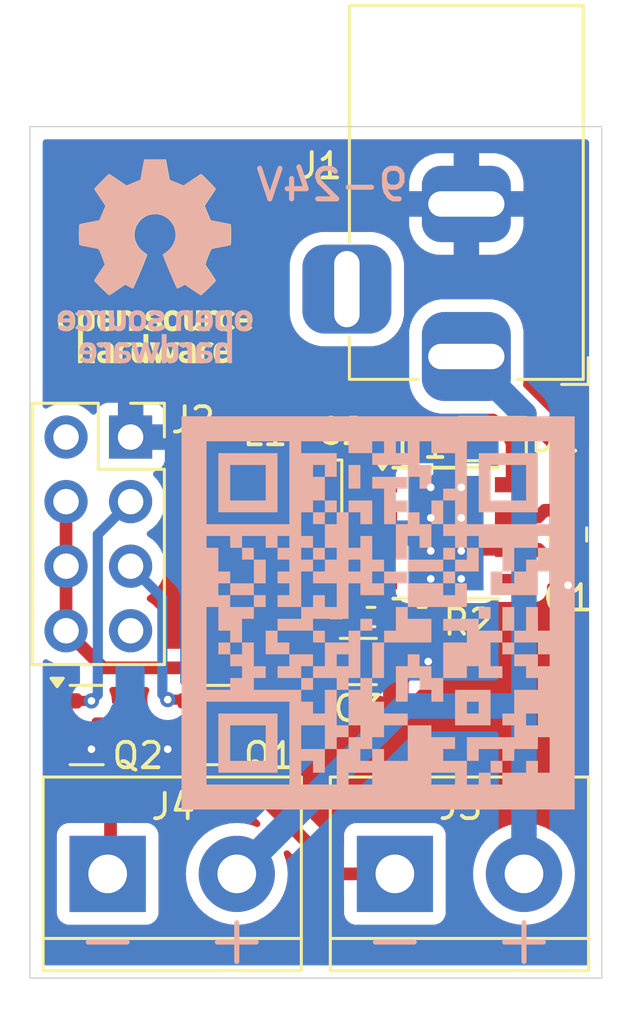
<source format=kicad_pcb>
(kicad_pcb (version 20240108) (generator "pcbnew") (generator_version "8.0")
  (layers (0 "F.Cu" signal) (31 "B.Cu" signal) (34 "B.Paste" user) (35 "F.Paste" user) (36 "B.SilkS" user "B.Silkscreen") (37 "F.SilkS" user "F.Silkscreen") (38 "B.Mask" user) (39 "F.Mask" user) (44 "Edge.Cuts" user))
  (net 0 "")
  (net 1 "GND")
  (net 2 "+24V")
  (net 3 "Net-(U1-BOOT)")
  (net 4 "Net-(D1-K)")
  (net 5 "+3.3V")
  (net 8 "LED2")
  (net 10 "LED1")
  (net 11 "Net-(J3-Pin_1)")
  (net 12 "Net-(J4-Pin_1)")
  (net 13 "VSENSE")
  (footprint "Capacitor_SMD:C_0805_2012Metric" (layer "F.Cu") (at 160.171666 99.043996 90)
    (property "Reference" "C1" (at -2.5 0 180) (layer "F.SilkS"))
    (property "Value" "4.7µF")
    (pad "1" smd roundrect (at -0.95 0 90) (size 1 1.45) (layers "F.Cu" "F.Paste" "F.Mask") (net 1 "GND"))
    (pad "2" smd roundrect (at 0.95 0 90) (size 1 1.45) (layers "F.Cu" "F.Paste" "F.Mask") (net 2 "+24V"))
  )
  (footprint "Capacitor_SMD:C_1206_3216Metric" (layer "F.Cu") (at 151.921666 104.043996 180)
    (property "Reference" "C3" (at 0 -1.85 0) (layer "F.SilkS"))
    (property "Value" "100µF")
    (pad "1" smd roundrect (at -1.475 0 180) (size 1.15 1.8) (layers "F.Cu" "F.Paste" "F.Mask") (roundrect_rratio 0.217391) (net 1 "GND"))
    (pad "2" smd roundrect (at 1.475 0 180) (size 1.15 1.8) (layers "F.Cu" "F.Paste" "F.Mask") (roundrect_rratio 0.217391) (net 5 "+3.3V"))
  )
  (footprint "Resistor_SMD:R_0402_1005Metric" (layer "F.Cu") (at 152.421666 102.293996)
    (property "Reference" "R1" (hide yes))
    (property "Value" "10kΩ")
    (pad "1" smd roundrect (at -0.51 0) (size 0.54 0.64) (layers "F.Cu" "F.Paste" "F.Mask") (net 5 "+3.3V"))
    (pad "2" smd roundrect (at 0.51 0) (size 0.54 0.64) (layers "F.Cu" "F.Paste" "F.Mask") (net 13 "VSENSE"))
  )
  (footprint "Resistor_SMD:R_0402_1005Metric" (layer "F.Cu") (at 154.431666 102.293996)
    (property "Reference" "R2" (at 1.818334 0.206004 0) (layer "F.SilkS"))
    (property "Value" "5.9kΩ")
    (pad "1" smd roundrect (at -0.51 0) (size 0.54 0.64) (layers "F.Cu" "F.Paste" "F.Mask") (net 13 "VSENSE"))
    (pad "2" smd roundrect (at 0.51 0) (size 0.54 0.64) (layers "F.Cu" "F.Paste" "F.Mask") (net 1 "GND"))
  )
  (footprint "Connector_PinSocket_2.54mm:PinSocket_2x04_P2.54mm_Vertical" (layer "F.Cu") (at 142.961666 95.213996)
    (property "Reference" "J2" (at 2.46 -0.67 180) (layer "F.SilkS"))
    (property "Value" "ESP-01")
    (pad "1" thru_hole rect (at 0 0) (size 1.7 1.7) (drill 1) (layers "*.Cu" "*.Mask") (net 1 "GND"))
    (pad "2" thru_hole oval (at -2.54 0) (size 1.7 1.7) (drill 1) (layers "*.Cu" "*.Mask"))
    (pad "3" thru_hole oval (at 0 2.54) (size 1.7 1.7) (drill 1) (layers "*.Cu" "*.Mask") (net 8 "LED2"))
    (pad "4" thru_hole oval (at -2.54 2.54) (size 1.7 1.7) (drill 1) (layers "*.Cu" "*.Mask") (net 5 "+3.3V"))
    (pad "5" thru_hole oval (at 0 5.08) (size 1.7 1.7) (drill 1) (layers "*.Cu" "*.Mask") (net 10 "LED1"))
    (pad "6" thru_hole oval (at -2.54 5.08) (size 1.7 1.7) (drill 1) (layers "*.Cu" "*.Mask") (net 5 "+3.3V"))
    (pad "7" thru_hole oval (at 0 7.62) (size 1.7 1.7) (drill 1) (layers "*.Cu" "*.Mask"))
    (pad "8" thru_hole oval (at -2.54 7.62) (size 1.7 1.7) (drill 1) (layers "*.Cu" "*.Mask") (net 5 "+3.3V"))
  )
  (footprint "Connector_BarrelJack:BarrelJack_Horizontal" (layer "F.Cu") (at 156.171666 92.043996 -90)
    (property "Reference" "J1" (at -7.5 5.75 0) (layer "F.SilkS"))
    (property "Value" "Barrel Jack 3A")
    (pad "1" thru_hole roundrect (at 0 0 270) (size 3.5 3.5) (drill oval 1 3) (layers "*.Cu" "*.Mask") (net 2 "+24V"))
    (pad "2" thru_hole roundrect (at -6 0 270) (size 3 3.5) (drill oval 1 3) (layers "*.Cu" "*.Mask") (net 1 "GND"))
    (pad "3" thru_hole roundrect (at -2.65 4.7 270) (size 3.5 3.5) (drill oval 3 1) (layers "*.Cu" "*.Mask"))
  )
  (footprint "Capacitor_SMD:C_0402_1005Metric" (layer "F.Cu") (at 152.671666 95.273996 90)
    (property "Reference" "C2" (at 0.273996 -1.421666 180) (layer "F.SilkS"))
    (property "Value" "10nF")
    (pad "1" smd roundrect (at -0.48 0 90) (size 0.56 0.62) (layers "F.Cu" "F.Paste" "F.Mask") (net 3 "Net-(U1-BOOT)"))
    (pad "2" smd roundrect (at 0.48 0 90) (size 0.56 0.62) (layers "F.Cu" "F.Paste" "F.Mask") (net 4 "Net-(D1-K)"))
  )
  (footprint "Package_TO_SOT_SMD:SOT-23" (layer "F.Cu") (at 141.234166 106.543996)
    (property "Reference" "Q2" (at 2.015834 1.206004 0) (layer "F.SilkS"))
    (property "Value" "AO3400A")
    (pad "1" smd roundrect (at -0.9375 -0.95) (size 1.475 0.6) (layers "F.Cu" "F.Paste" "F.Mask") (net 8 "LED2"))
    (pad "2" smd roundrect (at -0.9375 0.95) (size 1.475 0.6) (layers "F.Cu" "F.Paste" "F.Mask") (net 1 "GND"))
    (pad "3" smd roundrect (at 0.9375 0) (size 1.475 0.6) (layers "F.Cu" "F.Paste" "F.Mask") (net 12 "Net-(J4-Pin_1)"))
  )
  (footprint "TerminalBlock:TerminalBlock_bornier-2_P5.08mm" (layer "F.Cu") (at 153.36 112.4)
    (property "Reference" "J3" (at 2.59 -2.65 0) (layer "F.SilkS"))
    (property "Value" "LED 1")
    (pad "1" thru_hole rect (at 0 0) (size 3 3) (drill 1.52) (layers "*.Cu" "*.Mask") (net 11 "Net-(J3-Pin_1)"))
    (pad "2" thru_hole circle (at 5.08 0) (size 3 3) (drill 1.52) (layers "*.Cu" "*.Mask") (net 2 "+24V"))
  )
  (footprint "TerminalBlock:TerminalBlock_bornier-2_P5.08mm" (layer "F.Cu") (at 142.06 112.4)
    (property "Reference" "J4" (at 2.578334 -2.643996 0) (layer "F.SilkS"))
    (property "Value" "LED 2")
    (pad "1" thru_hole rect (at 0 0) (size 3 3) (drill 1.52) (layers "*.Cu" "*.Mask") (net 12 "Net-(J4-Pin_1)"))
    (pad "2" thru_hole circle (at 5.08 0) (size 3 3) (drill 1.52) (layers "*.Cu" "*.Mask") (net 2 "+24V"))
  )
  (footprint "Package_SO:TI_SO-PowerPAD-8_ThermalVias" (layer "F.Cu") (at 155.371666 98.993996)
    (property "Reference" "U1" (at -0.95 -3.45 0) (layer "F.SilkS"))
    (property "Value" "TPS5430DDA")
    (pad "1" smd rect (at -2.7 -1.905) (size 1.55 0.6) (layers "F.Cu" "F.Paste" "F.Mask") (net 3 "Net-(U1-BOOT)"))
    (pad "2" smd rect (at -2.7 -0.635) (size 1.55 0.6) (layers "F.Cu" "F.Paste" "F.Mask"))
    (pad "3" smd rect (at -2.7 0.635) (size 1.55 0.6) (layers "F.Cu" "F.Paste" "F.Mask"))
    (pad "4" smd rect (at -2.7 1.905) (size 1.55 0.6) (layers "F.Cu" "F.Paste" "F.Mask") (net 13 "VSENSE"))
    (pad "5" smd rect (at 2.7 1.905) (size 1.55 0.6) (layers "F.Cu" "F.Paste" "F.Mask"))
    (pad "6" smd rect (at 2.7 0.635) (size 1.55 0.6) (layers "F.Cu" "F.Paste" "F.Mask") (net 1 "GND"))
    (pad "7" smd rect (at 2.7 -0.635) (size 1.55 0.6) (layers "F.Cu" "F.Paste" "F.Mask") (net 2 "+24V"))
    (pad "8" smd rect (at 2.7 -1.905) (size 1.55 0.6) (layers "F.Cu" "F.Paste" "F.Mask") (net 4 "Net-(D1-K)"))
    (pad "9" thru_hole circle (at -0.6 -1.8) (size 0.6 0.6) (drill 0.3) (layers "*.Cu") (net 1 "GND"))
    (pad "9" thru_hole circle (at -0.6 -0.6) (size 0.6 0.6) (drill 0.3) (layers "*.Cu") (net 1 "GND"))
    (pad "9" thru_hole circle (at -0.6 0.7) (size 0.6 0.6) (drill 0.3) (layers "*.Cu") (net 1 "GND"))
    (pad "9" thru_hole circle (at -0.6 1.8) (size 0.6 0.6) (drill 0.3) (layers "*.Cu") (net 1 "GND"))
    (pad "9" smd rect (at 0 0) (size 2.6 3.1) (layers "F.Cu" "F.Paste" "F.Mask") (net 1 "GND"))
    (pad "9" smd rect (at 0 0) (size 2.95 4.5) (layers "F.Cu") (net 1 "GND"))
    (pad "9" smd rect (at 0 0) (size 2.95 4.5) (layers "B.Cu") (net 1 "GND"))
    (pad "9" thru_hole circle (at 0.6 -1.8) (size 0.6 0.6) (drill 0.3) (layers "*.Cu") (net 1 "GND"))
    (pad "9" thru_hole circle (at 0.6 -0.6) (size 0.6 0.6) (drill 0.3) (layers "*.Cu") (net 1 "GND"))
    (pad "9" thru_hole circle (at 0.6 0.7) (size 0.6 0.6) (drill 0.3) (layers "*.Cu") (net 1 "GND"))
    (pad "9" thru_hole circle (at 0.6 1.8) (size 0.6 0.6) (drill 0.3) (layers "*.Cu") (net 1 "GND"))
  )
  (footprint "Diode_SMD:D_SOD-323" (layer "F.Cu") (at 156.921666 95.293996 180)
    (property "Reference" "D1" (at -2.75 0 0) (layer "F.SilkS"))
    (property "Value" "1N5819")
    (pad "1" smd roundrect (at -1.05 0 180) (size 0.6 0.45) (layers "F.Cu" "F.Paste" "F.Mask") (net 4 "Net-(D1-K)"))
    (pad "2" smd roundrect (at 1.05 0 180) (size 0.6 0.45) (layers "F.Cu" "F.Paste" "F.Mask") (net 1 "GND"))
  )
  (footprint "Package_TO_SOT_SMD:SOT-23" (layer "F.Cu") (at 146.484166 106.543996)
    (property "Reference" "Q1" (at 1.9375 1.206004 0) (layer "F.SilkS"))
    (property "Value" "AO3400A")
    (pad "1" smd roundrect (at -0.9375 -0.95) (size 1.475 0.6) (layers "F.Cu" "F.Paste" "F.Mask") (net 10 "LED1"))
    (pad "2" smd roundrect (at -0.9375 0.95) (size 1.475 0.6) (layers "F.Cu" "F.Paste" "F.Mask") (net 1 "GND"))
    (pad "3" smd roundrect (at 0.9375 0) (size 1.475 0.6) (layers "F.Cu" "F.Paste" "F.Mask") (net 11 "Net-(J3-Pin_1)"))
  )
  (footprint "Symbol:OSHW-Logo_7.5x8mm_SilkScreen" (layer "F.Cu") (at 143.921666 88.293996)
    (property "Reference" "REF**" (hide yes))
    (property "Value" "OSHW-Logo_7.5x8mm_SilkScreen" (hide yes))
  )
  (footprint "Inductor_SMD:L_Bourns_SRN6045TA" (layer "F.Cu") (at 148.171666 99.218996 90)
    (property "Reference" "L1" (at 4.175 0.078334 180) (layer "F.SilkS"))
    (property "Value" "100µH")
    (pad "1" smd rect (at -2.075 0 90) (size 2.35 5.1) (layers "F.Cu" "F.Paste" "F.Mask") (net 5 "+3.3V"))
    (pad "2" smd rect (at 2.075 0 90) (size 2.35 5.1) (layers "F.Cu" "F.Paste" "F.Mask") (net 4 "Net-(D1-K)"))
  )
  (footprint "Symbol:OSHW-Logo_7.5x8mm_SilkScreen" (layer "B.Cu") (at 143.921666 88.293996 180)
    (property "Reference" "REF**" (hide yes))
    (property "Value" "OSHW-Logo_7.5x8mm_SilkScreen" (hide yes))
  )
  (gr_poly (pts (xy 154.331332 104.228107) (xy 154.797 104.228107) (xy 154.797 104.693768) (xy 155.262665 104.693768) (xy 155.262665 105.625102) (xy 154.797 105.625102) (xy 154.797 105.159435) (xy 154.331332 105.159435) (xy 154.331332 104.693768) (xy 153.865665 104.693768) (xy 153.865665 105.625102) (xy 153.4 105.625102) (xy 153.4 104.228107) (xy 153.865665 104.228107) (xy 153.865665 103.762662) (xy 154.331332 103.762662)) (stroke (width -0.000001)) (fill solid) (layer "B.SilkS"))
  (gr_poly (pts (xy 160.435931 109.867487) (xy 144.966384 109.867487) (xy 144.966384 108.884772) (xy 145.949333 108.884772) (xy 149.208999 108.884772) (xy 149.208999 107.953438) (xy 149.674666 107.953438) (xy 149.674666 108.884772) (xy 151.071664 108.884772) (xy 151.537331 108.884772) (xy 152.468666 108.884772) (xy 154.797 108.884772) (xy 155.728332 108.884772) (xy 155.728332 108.419105) (xy 154.797 108.419105) (xy 154.797 108.884772) (xy 152.468666 108.884772) (xy 152.468666 108.419105) (xy 151.537331 108.419105) (xy 151.537331 108.884772) (xy 151.071664 108.884772) (xy 151.071664 107.48777) (xy 151.537331 107.48777) (xy 151.537331 107.022103) (xy 152.002999 107.022103) (xy 152.002999 106.556436) (xy 151.537331 106.556436) (xy 151.537331 107.022103) (xy 151.071664 107.022103) (xy 151.071664 107.48777) (xy 150.605999 107.48777) (xy 150.605999 108.419105) (xy 150.140332 108.419105) (xy 150.140332 107.953438) (xy 149.674666 107.953438) (xy 149.208999 107.953438) (xy 149.208999 107.48777) (xy 149.674666 107.48777) (xy 150.605999 107.48777) (xy 150.605999 106.556436) (xy 149.674666 106.556436) (xy 149.674666 107.48777) (xy 149.208999 107.48777) (xy 149.208999 105.625102) (xy 145.949333 105.625102) (xy 145.949333 108.884772) (xy 144.966384 108.884772) (xy 144.966384 99.105997) (xy 145.949333 99.105997) (xy 145.949333 99.571664) (xy 146.415 99.571664) (xy 146.415 100.502999) (xy 146.880665 100.502999) (xy 146.880665 100.968666) (xy 146.415 100.968666) (xy 146.415 101.434333) (xy 146.880665 101.434333) (xy 146.880665 101.9) (xy 147.811998 101.9) (xy 147.811998 102.365667) (xy 147.346332 102.365667) (xy 147.346332 103.297001) (xy 146.880665 103.297001) (xy 146.880665 102.831328) (xy 146.415 102.831328) (xy 146.415 101.9) (xy 145.949333 101.9) (xy 145.949333 105.159435) (xy 146.880665 105.159435) (xy 146.880665 104.693768) (xy 147.346332 104.693768) (xy 147.346332 104.228107) (xy 146.880665 104.228107) (xy 146.880665 103.762662) (xy 147.346332 103.762662) (xy 147.346332 103.297001) (xy 147.811998 103.297001) (xy 147.811998 104.228107) (xy 148.277665 104.228107) (xy 148.277665 104.693768) (xy 147.811998 104.693768) (xy 147.811998 105.159435) (xy 149.674666 105.159435) (xy 149.674666 105.625102) (xy 150.140332 105.625102) (xy 150.140332 106.090769) (xy 150.605999 106.090769) (xy 150.605999 105.159435) (xy 151.071664 105.159435) (xy 151.071664 106.556436) (xy 151.537331 106.556436) (xy 151.537331 105.159435) (xy 152.002999 105.159435) (xy 152.002999 104.693768) (xy 152.468666 104.693768) (xy 152.468666 105.625102) (xy 152.934333 105.625102) (xy 152.934333 106.090769) (xy 153.865665 106.090769) (xy 153.865665 106.556436) (xy 152.934333 106.556436) (xy 152.934333 107.022103) (xy 152.468666 107.022103) (xy 152.468666 107.48777) (xy 152.002999 107.48777) (xy 152.002999 107.953438) (xy 152.468666 107.953438) (xy 152.468666 107.48777) (xy 152.934333 107.48777) (xy 152.934333 107.953438) (xy 153.865665 107.953438) (xy 153.865665 106.556436) (xy 154.797 106.556436) (xy 154.797 107.022103) (xy 155.728332 107.022103) (xy 155.728332 107.48777) (xy 155.262665 107.48777) (xy 155.262665 107.953438) (xy 156.193999 107.953438) (xy 156.193999 108.884772) (xy 156.659666 108.884772) (xy 156.659666 108.419105) (xy 157.12533 108.419105) (xy 157.12533 108.884772) (xy 157.590997 108.884772) (xy 157.590997 108.419105) (xy 158.522331 108.419105) (xy 158.522331 107.953438) (xy 158.987999 107.953438) (xy 158.987999 108.419105) (xy 159.453666 108.419105) (xy 159.453666 107.022103) (xy 158.987999 107.022103) (xy 158.987999 107.48777) (xy 158.056664 107.48777) (xy 158.056664 107.953438) (xy 157.590997 107.953438) (xy 157.590997 107.48777) (xy 156.659666 107.48777) (xy 156.659666 107.953438) (xy 156.193999 107.953438) (xy 156.193999 107.022103) (xy 158.056664 107.022103) (xy 158.056664 106.556436) (xy 158.522331 106.556436) (xy 158.987999 106.556436) (xy 158.987999 106.090769) (xy 158.522331 106.090769) (xy 158.522331 106.556436) (xy 158.056664 106.556436) (xy 157.590997 106.556436) (xy 157.590997 106.090769) (xy 158.056664 106.090769) (xy 158.056664 105.159435) (xy 158.987999 105.159435) (xy 158.987999 104.693768) (xy 158.522331 104.693768) (xy 158.522331 104.228107) (xy 158.987999 104.228107) (xy 159.453666 104.228107) (xy 159.453666 103.762662) (xy 158.987999 103.762662) (xy 158.987999 104.228107) (xy 158.522331 104.228107) (xy 158.056664 104.228107) (xy 158.056664 103.762662) (xy 158.987999 103.762662) (xy 158.987999 103.297001) (xy 158.056664 103.297001) (xy 158.056664 103.762662) (xy 157.590997 103.762662) (xy 157.590997 103.297001) (xy 158.056664 103.297001) (xy 158.056664 102.831328) (xy 158.522331 102.831328) (xy 158.522331 101.9) (xy 158.987999 101.9) (xy 158.987999 102.831328) (xy 159.453666 102.831328) (xy 159.453666 100.502999) (xy 158.987999 100.502999) (xy 158.987999 101.434333) (xy 157.12533 101.434333) (xy 157.12533 100.968666) (xy 157.590997 100.968666) (xy 158.056664 100.968666) (xy 158.056664 100.502999) (xy 158.522331 100.502999) (xy 158.522331 100.037332) (xy 158.987999 100.037332) (xy 158.987999 99.571664) (xy 159.453666 99.571664) (xy 159.453666 99.105997) (xy 158.987999 99.105997) (xy 158.987999 99.571664) (xy 158.056664 99.571664) (xy 158.056664 100.502999) (xy 157.590997 100.502999) (xy 157.590997 100.968666) (xy 157.12533 100.968666) (xy 157.12533 100.502999) (xy 157.590997 100.502999) (xy 157.590997 99.571664) (xy 156.659666 99.571664) (xy 156.659666 100.502999) (xy 155.728332 100.502999) (xy 155.728332 100.037332) (xy 156.193999 100.037332) (xy 156.193999 99.571664) (xy 156.659666 99.571664) (xy 156.659666 99.105997) (xy 156.193999 99.105997) (xy 156.193999 99.571664) (xy 155.728332 99.571664) (xy 155.728332 99.105997) (xy 155.262665 99.105997) (xy 155.262665 98.64033) (xy 155.728332 98.64033) (xy 156.193999 98.64033) (xy 159.453666 98.64033) (xy 159.453666 95.380667) (xy 156.193999 95.380667) (xy 156.193999 98.64033) (xy 155.728332 98.64033) (xy 155.728332 97.708996) (xy 155.262665 97.708996) (xy 155.262665 97.243329) (xy 155.728332 97.243329) (xy 155.728332 95.846334) (xy 154.797 95.846334) (xy 154.797 95.380667) (xy 154.331332 95.380667) (xy 154.331332 96.312001) (xy 154.797 96.312001) (xy 154.797 97.243329) (xy 154.331332 97.243329) (xy 154.331332 96.777662) (xy 153.865665 96.777662) (xy 153.865665 96.312001) (xy 152.468666 96.312001) (xy 152.468666 95.846334) (xy 152.934333 95.846334) (xy 153.4 95.846334) (xy 153.865665 95.846334) (xy 153.865665 95.380667) (xy 153.4 95.380667) (xy 153.4 95.846334) (xy 152.934333 95.846334) (xy 152.934333 95.380667) (xy 152.468666 95.380667) (xy 152.468666 95.846334) (xy 151.537331 95.846334) (xy 151.537331 95.380667) (xy 149.674666 95.380667) (xy 149.674666 95.846334) (xy 151.071664 95.846334) (xy 151.071664 96.777662) (xy 150.605999 96.777662) (xy 150.605999 97.708996) (xy 150.140332 97.708996) (xy 150.140332 98.174663) (xy 149.674666 98.174663) (xy 149.674666 99.105997) (xy 150.140332 99.105997) (xy 150.140332 99.571664) (xy 149.674666 99.571664) (xy 149.674666 100.037332) (xy 150.140332 100.037332) (xy 150.140332 100.502999) (xy 149.674666 100.502999) (xy 149.674666 101.9) (xy 148.743332 101.9) (xy 148.743332 101.434333) (xy 149.208999 101.434333) (xy 149.208999 100.968666) (xy 148.743332 100.968666) (xy 148.743332 100.502999) (xy 149.208999 100.502999) (xy 149.208999 100.037332) (xy 148.743332 100.037332) (xy 148.743332 99.571664) (xy 149.208999 99.571664) (xy 149.208999 99.105997) (xy 148.743332 99.105997) (xy 148.743332 99.571664) (xy 148.277665 99.571664) (xy 148.277665 99.105997) (xy 147.346332 99.105997) (xy 147.346332 99.571664) (xy 146.880665 99.571664) (xy 146.880665 99.105997) (xy 145.949333 99.105997) (xy 144.966384 99.105997) (xy 144.966384 98.64033) (xy 145.949333 98.64033) (xy 149.208999 98.64033) (xy 149.208999 96.777662) (xy 150.140332 96.777662) (xy 150.605999 96.777662) (xy 150.605999 96.312001) (xy 150.140332 96.312001) (xy 150.140332 96.777662) (xy 149.208999 96.777662) (xy 149.208999 95.380667) (xy 145.949333 95.380667) (xy 145.949333 98.64033) (xy 144.966384 98.64033) (xy 144.966384 94.397945) (xy 160.435931 94.397945)) (stroke (width -0.000001)) (fill solid) (layer "B.SilkS"))
  (gr_poly (pts (xy 148.277665 101.9) (xy 147.811998 101.9) (xy 147.811998 101.434333) (xy 148.277665 101.434333)) (stroke (width -0.000001)) (fill solid) (layer "B.SilkS"))
  (gr_poly (pts (xy 153.865665 97.243329) (xy 153.4 97.243329) (xy 153.4 97.708996) (xy 153.865665 97.708996) (xy 153.865665 98.174663) (xy 153.4 98.174663) (xy 153.4 98.64033) (xy 152.934333 98.64033) (xy 152.934333 97.243329) (xy 152.468666 97.243329) (xy 152.468666 96.777662) (xy 153.865665 96.777662)) (stroke (width -0.000001)) (fill solid) (layer "B.SilkS"))
  (gr_poly (pts (xy 156.659666 102.831328) (xy 157.590997 102.831328) (xy 157.590997 103.297001) (xy 157.12533 103.297001) (xy 157.12533 104.228107) (xy 157.590997 104.228107) (xy 157.590997 104.693768) (xy 156.659666 104.693768) (xy 156.659666 104.228107) (xy 156.193999 104.228107) (xy 156.193999 104.693768) (xy 155.262665 104.693768) (xy 155.262665 103.297001) (xy 156.193999 103.297001) (xy 156.193999 102.831328) (xy 155.262665 102.831328) (xy 155.262665 102.365667) (xy 156.659666 102.365667)) (stroke (width -0.000001)) (fill solid) (layer "B.SilkS"))
  (gr_poly (pts (xy 155.728332 100.968666) (xy 155.262665 100.968666) (xy 155.262665 100.502999) (xy 155.728332 100.502999)) (stroke (width -0.000001)) (fill solid) (layer "B.SilkS"))
  (gr_poly (pts (xy 157.12533 102.365667) (xy 156.659666 102.365667) (xy 156.659666 101.9) (xy 157.12533 101.9)) (stroke (width -0.000001)) (fill solid) (layer "B.SilkS"))
  (gr_poly (pts (xy 155.262665 98.64033) (xy 154.797 98.64033) (xy 154.797 97.708996) (xy 155.262665 97.708996)) (stroke (width -0.000001)) (fill solid) (layer "B.SilkS"))
  (gr_poly (pts (xy 157.12533 106.556436) (xy 155.728332 106.556436) (xy 155.728332 106.090769) (xy 156.193999 106.090769) (xy 156.659666 106.090769) (xy 156.659666 105.625102) (xy 156.193999 105.625102) (xy 156.193999 106.090769) (xy 155.728332 106.090769) (xy 155.728332 105.159435) (xy 157.12533 105.159435)) (stroke (width -0.000001)) (fill solid) (layer "B.SilkS"))
  (gr_poly (pts (xy 150.140332 104.228107) (xy 149.674666 104.228107) (xy 149.674666 104.693768) (xy 148.743332 104.693768) (xy 148.743332 104.228107) (xy 149.208999 104.228107) (xy 149.208999 103.762662) (xy 150.140332 103.762662)) (stroke (width -0.000001)) (fill solid) (layer "B.SilkS"))
  (gr_poly (pts (xy 150.605999 98.64033) (xy 150.140332 98.64033) (xy 150.140332 98.174663) (xy 150.605999 98.174663)) (stroke (width -0.000001)) (fill solid) (layer "B.SilkS"))
  (gr_poly (pts (xy 152.002999 104.693768) (xy 151.537331 104.693768) (xy 151.537331 105.159435) (xy 151.071664 105.159435) (xy 151.071664 104.693768) (xy 150.140332 104.693768) (xy 150.140332 104.228107) (xy 150.605999 104.228107) (xy 151.071664 104.228107) (xy 151.537331 104.228107) (xy 151.537331 103.762662) (xy 151.071664 103.762662) (xy 151.071664 104.228107) (xy 150.605999 104.228107) (xy 150.605999 103.297001) (xy 151.537331 103.297001) (xy 151.537331 102.831328) (xy 152.002999 102.831328)) (stroke (width -0.000001)) (fill solid) (layer "B.SilkS"))
  (gr_poly (pts (xy 146.880665 103.762662) (xy 146.415 103.762662) (xy 146.415 103.297001) (xy 146.880665 103.297001)) (stroke (width -0.000001)) (fill solid) (layer "B.SilkS"))
  (gr_poly (pts (xy 155.262665 100.502999) (xy 153.865665 100.502999) (xy 153.865665 100.037332) (xy 155.262665 100.037332)) (stroke (width -0.000001)) (fill solid) (layer "B.SilkS"))
  (gr_poly (pts (xy 150.605999 103.297001) (xy 150.140332 103.297001) (xy 150.140332 102.831328) (xy 150.605999 102.831328)) (stroke (width -0.000001)) (fill solid) (layer "B.SilkS"))
  (gr_poly (pts (xy 150.140332 105.159435) (xy 149.674666 105.159435) (xy 149.674666 104.693768) (xy 150.140332 104.693768)) (stroke (width -0.000001)) (fill solid) (layer "B.SilkS"))
  (gr_poly (pts (xy 150.605999 100.037332) (xy 150.140332 100.037332) (xy 150.140332 99.571664) (xy 150.605999 99.571664)) (stroke (width -0.000001)) (fill solid) (layer "B.SilkS"))
  (gr_poly (pts (xy 147.811998 100.037332) (xy 147.346332 100.037332) (xy 147.346332 99.571664) (xy 147.811998 99.571664)) (stroke (width -0.000001)) (fill solid) (layer "B.SilkS"))
  (gr_poly (pts (xy 152.002999 97.243329) (xy 151.537331 97.243329) (xy 151.537331 96.312001) (xy 152.002999 96.312001)) (stroke (width -0.000001)) (fill solid) (layer "B.SilkS"))
  (gr_poly (pts (xy 151.071664 98.174663) (xy 150.605999 98.174663) (xy 150.605999 97.708996) (xy 151.071664 97.708996)) (stroke (width -0.000001)) (fill solid) (layer "B.SilkS"))
  (gr_poly (pts (xy 153.865665 100.968666) (xy 152.934333 100.968666) (xy 152.934333 100.502999) (xy 153.865665 100.502999)) (stroke (width -0.000001)) (fill solid) (layer "B.SilkS"))
  (gr_poly (pts (xy 147.811998 101.434333) (xy 146.880665 101.434333) (xy 146.880665 100.968666) (xy 147.811998 100.968666)) (stroke (width -0.000001)) (fill solid) (layer "B.SilkS"))
  (gr_poly (pts (xy 158.056664 102.831328) (xy 157.590997 102.831328) (xy 157.590997 101.9) (xy 158.056664 101.9)) (stroke (width -0.000001)) (fill solid) (layer "B.SilkS"))
  (gr_poly (pts (xy 152.934333 104.693768) (xy 152.468666 104.693768) (xy 152.468666 103.297001) (xy 152.934333 103.297001)) (stroke (width -0.000001)) (fill solid) (layer "B.SilkS"))
  (gr_poly (pts (xy 154.331332 98.64033) (xy 154.797 98.64033) (xy 154.797 99.571664) (xy 154.331332 99.571664) (xy 154.331332 99.105997) (xy 153.865665 99.105997) (xy 153.865665 100.037332) (xy 153.4 100.037332) (xy 153.4 98.64033) (xy 153.865665 98.64033) (xy 153.865665 98.174663) (xy 154.331332 98.174663)) (stroke (width -0.000001)) (fill solid) (layer "B.SilkS"))
  (gr_poly (pts (xy 153.865665 102.365667) (xy 154.797 102.365667) (xy 154.797 103.297001) (xy 152.934333 103.297001) (xy 152.934333 102.831328) (xy 153.4 102.831328) (xy 153.4 101.9) (xy 153.865665 101.9)) (stroke (width -0.000001)) (fill solid) (layer "B.SilkS"))
  (gr_poly (pts (xy 152.468666 98.64033) (xy 152.002999 98.64033) (xy 152.002999 98.174663) (xy 151.537331 98.174663) (xy 151.537331 97.708996) (xy 152.468666 97.708996)) (stroke (width -0.000001)) (fill solid) (layer "B.SilkS"))
  (gr_poly (pts (xy 158.987999 98.174663) (xy 156.659666 98.174663) (xy 156.659666 97.708996) (xy 157.12533 97.708996) (xy 158.522331 97.708996) (xy 158.522331 96.312001) (xy 157.12533 96.312001) (xy 157.12533 97.708996) (xy 156.659666 97.708996) (xy 156.659666 95.846334) (xy 158.987999 95.846334)) (stroke (width -0.000001)) (fill solid) (layer "B.SilkS"))
  (gr_poly (pts (xy 157.590997 108.419105) (xy 157.12533 108.419105) (xy 157.12533 107.953438) (xy 157.590997 107.953438)) (stroke (width -0.000001)) (fill solid) (layer "B.SilkS"))
  (gr_poly (pts (xy 148.277665 100.968666) (xy 147.811998 100.968666) (xy 147.811998 100.037332) (xy 148.277665 100.037332)) (stroke (width -0.000001)) (fill solid) (layer "B.SilkS"))
  (gr_poly (pts (xy 148.743332 108.419105) (xy 146.415 108.419105) (xy 146.415 107.953438) (xy 146.880665 107.953438) (xy 148.277665 107.953438) (xy 148.277665 106.556436) (xy 146.880665 106.556436) (xy 146.880665 107.953438) (xy 146.415 107.953438) (xy 146.415 106.090769) (xy 148.743332 106.090769)) (stroke (width -0.000001)) (fill solid) (layer "B.SilkS"))
  (gr_poly (pts (xy 155.728332 100.037332) (xy 155.262665 100.037332) (xy 155.262665 99.571664) (xy 155.728332 99.571664)) (stroke (width -0.000001)) (fill solid) (layer "B.SilkS"))
  (gr_poly (pts (xy 151.537331 99.571664) (xy 152.002999 99.571664) (xy 152.002999 99.105997) (xy 152.468666 99.105997) (xy 152.468666 100.037332) (xy 152.934333 100.037332) (xy 152.934333 100.502999) (xy 152.468666 100.502999) (xy 152.468666 100.968666) (xy 152.934333 100.968666) (xy 152.934333 101.434333) (xy 152.002999 101.434333) (xy 152.002999 100.968666) (xy 151.537331 100.968666) (xy 151.537331 102.365667) (xy 150.140332 102.365667) (xy 150.140332 102.831328) (xy 148.743332 102.831328) (xy 148.743332 102.365667) (xy 149.674666 102.365667) (xy 149.674666 101.9) (xy 150.140332 101.9) (xy 150.140332 101.434333) (xy 150.605999 101.434333) (xy 150.605999 101.9) (xy 151.071664 101.9) (xy 151.071664 100.968666) (xy 150.140332 100.968666) (xy 150.140332 100.502999) (xy 150.605999 100.502999) (xy 151.537331 100.502999) (xy 152.002999 100.502999) (xy 152.002999 100.037332) (xy 151.537331 100.037332) (xy 151.537331 100.502999) (xy 150.605999 100.502999) (xy 150.605999 100.037332) (xy 151.071664 100.037332) (xy 151.071664 99.571664) (xy 150.605999 99.571664) (xy 150.605999 98.64033) (xy 151.071664 98.64033) (xy 151.071664 98.174663) (xy 151.537331 98.174663)) (stroke (width -0.000001)) (fill solid) (layer "B.SilkS"))
  (gr_poly (pts (xy 148.743332 103.297001) (xy 149.208999 103.297001) (xy 149.208999 103.762662) (xy 148.277665 103.762662) (xy 148.277665 102.831328) (xy 148.743332 102.831328)) (stroke (width -0.000001)) (fill solid) (layer "B.SilkS"))
  (gr_poly (pts (xy 155.262665 101.434333) (xy 155.728332 101.434333) (xy 155.728332 100.968666) (xy 156.193999 100.968666) (xy 156.193999 101.9) (xy 153.865665 101.9) (xy 153.865665 100.968666) (xy 155.262665 100.968666)) (stroke (width -0.000001)) (fill solid) (layer "B.SilkS"))
  (gr_poly (pts (xy 148.743332 98.174663) (xy 146.415 98.174663) (xy 146.415 97.708996) (xy 146.880665 97.708996) (xy 148.277665 97.708996) (xy 148.277665 96.312001) (xy 146.880665 96.312001) (xy 146.880665 97.708996) (xy 146.415 97.708996) (xy 146.415 95.846334) (xy 148.743332 95.846334)) (stroke (width -0.000001)) (fill solid) (layer "B.SilkS"))
  (gr_poly (pts (xy 152.468666 102.831328) (xy 152.002999 102.831328) (xy 152.002999 102.365667) (xy 152.468666 102.365667)) (stroke (width -0.000001)) (fill solid) (layer "B.SilkS"))
  (gr_line (start 139 116.5) (end 161.5 116.5) (stroke (width 0.05)) (layer "Edge.Cuts"))
  (gr_line (start 139 116.5) (end 139 83) (stroke (width 0.05)) (layer "Edge.Cuts"))
  (gr_line (start 161.5 116.5) (end 161.5 83) (stroke (width 0.05)) (layer "Edge.Cuts"))
  (gr_line (start 139 83) (end 161.5 83) (stroke (width 0.05)) (layer "Edge.Cuts"))
  (gr_text "-" (at 142.06 116.1 0) (layer "B.SilkS") (effects (font (size 2 2) (thickness 0.2)) (justify bottom mirror)))
  (gr_text "-" (at 153.36 116.1 0) (layer "B.SilkS") (effects (font (size 2 2) (thickness 0.2)) (justify bottom mirror)))
  (gr_text "9-24V" (at 154 86 0) (layer "B.SilkS") (effects (font (size 1.2 1.2) (thickness 0.2) (bold yes)) (justify left bottom mirror)))
  (gr_text "+" (at 147.14 116.1 0) (layer "B.SilkS") (effects (font (size 2 2) (thickness 0.2)) (justify bottom mirror)))
  (gr_text "+" (at 158.44 116.1 0) (layer "B.SilkS") (effects (font (size 2 2) (thickness 0.2)) (justify bottom mirror)))
  (segment (start 160.171666 101.043996) (end 160.171666 99.993996) (width 1) (layer "F.Cu") (net 1))
  (segment (start 158.071666 99.628996) (end 159.006666 99.628996) (width 0.5) (layer "F.Cu") (net 1))
  (segment (start 154.941666 103.773996) (end 154.941666 102.293996) (width 0.5) (layer "F.Cu") (net 1))
  (segment (start 154.941666 99.423996) (end 155.371666 98.993996) (width 0.5) (layer "F.Cu") (net 1))
  (segment (start 155.871666 97.093996) (end 155.971666 97.193996) (width 0.5) (layer "F.Cu") (net 1))
  (segment (start 154.671666 104.043996) (end 153.396666 104.043996) (width 0.5) (layer "F.Cu") (net 1))
  (segment (start 159.006666 99.628996) (end 159.371666 99.993996) (width 0.5) (layer "F.Cu") (net 1))
  (segment (start 145.546666 107.493996) (end 144.421666 107.493996) (width 0.5) (layer "F.Cu") (net 1))
  (segment (start 154.671666 104.043996) (end 154.941666 103.773996) (width 0.5) (layer "F.Cu") (net 1))
  (segment (start 156.006666 99.628996) (end 155.371666 98.993996) (width 0.5) (layer "F.Cu") (net 1))
  (segment (start 154.941666 102.293996) (end 154.941666 99.423996) (width 0.5) (layer "F.Cu") (net 1))
  (segment (start 155.871666 95.293996) (end 155.871666 97.093996) (width 0.5) (layer "F.Cu") (net 1))
  (segment (start 140.296666 107.493996) (end 141.421666 107.493996) (width 0.5) (layer "F.Cu") (net 1))
  (segment (start 159.371666 99.993996) (end 160.171666 99.993996) (width 0.5) (layer "F.Cu") (net 1))
  (segment (start 158.071666 99.628996) (end 156.006666 99.628996) (width 0.5) (layer "F.Cu") (net 1))
  (via (at 154.671666 104.043996) (size 0.6) (drill 0.3) (layers "F.Cu" "B.Cu") (net 1))
  (via (at 160.171666 101.043996) (size 0.6) (drill 0.3) (layers "F.Cu" "B.Cu") (net 1))
  (via (at 144.421666 107.493996) (size 0.6) (drill 0.3) (layers "F.Cu" "B.Cu") (net 1))
  (via (at 141.421666 107.493996) (size 0.6) (drill 0.3) (layers "F.Cu" "B.Cu") (net 1))
  (segment (start 160.171666 87.543996) (end 158.671666 86.043996) (width 1) (layer "B.Cu") (net 1))
  (segment (start 144.421666 107.493996) (end 146.921666 104.993996) (width 1) (layer "B.Cu") (net 1))
  (segment (start 146.921666 88.793996) (end 149.671666 86.043996) (width 1) (layer "B.Cu") (net 1))
  (segment (start 141.421666 107.493996) (end 144.421666 107.493996) (width 1) (layer "B.Cu") (net 1))
  (segment (start 149.671666 86.043996) (end 156.171666 86.043996) (width 1) (layer "B.Cu") (net 1))
  (segment (start 146.921666 104.993996) (end 146.921666 88.793996) (width 1) (layer "B.Cu") (net 1))
  (segment (start 158.671666 86.043996) (end 156.171666 86.043996) (width 1) (layer "B.Cu") (net 1))
  (segment (start 160.171666 101.043996) (end 160.171666 87.543996) (width 1) (layer "B.Cu") (net 1))
  (segment (start 159.261666 98.093996) (end 160.171666 98.093996) (width 0.5) (layer "F.Cu") (net 2))
  (segment (start 158.996666 98.358996) (end 159.261666 98.093996) (width 0.5) (layer "F.Cu") (net 2))
  (segment (start 158.071666 98.358996) (end 158.996666 98.358996) (width 0.5) (layer "F.Cu") (net 2))
  (segment (start 160.171666 96.043996) (end 160.171666 98.093996) (width 0.5) (layer "F.Cu") (net 2))
  (segment (start 156.171666 92.043996) (end 160.171666 96.043996) (width 0.5) (layer "F.Cu") (net 2))
  (segment (start 156.171666 92.043996) (end 158.44 94.31233) (width 1) (layer "B.Cu") (net 2))
  (segment (start 153.746004 105.793996) (end 158.433996 105.793996) (width 1) (layer "B.Cu") (net 2))
  (segment (start 158.44 94.31233) (end 158.44 105.8) (width 1) (layer "B.Cu") (net 2))
  (segment (start 158.44 105.8) (end 158.44 112.4) (width 1) (layer "B.Cu") (net 2))
  (segment (start 158.433996 105.793996) (end 158.44 105.8) (width 1) (layer "B.Cu") (net 2))
  (segment (start 153.746004 105.793996) (end 147.14 112.4) (width 1) (layer "B.Cu") (net 2))
  (segment (start 152.671666 95.753996) (end 152.671666 97.088996) (width 0.5) (layer "F.Cu") (net 3))
  (segment (start 154.671666 94.793996) (end 152.671666 94.793996) (width 0.5) (layer "F.Cu") (net 4))
  (segment (start 157.971666 95.293996) (end 157.221666 94.543996) (width 0.5) (layer "F.Cu") (net 4))
  (segment (start 157.971666 96.988996) (end 158.071666 97.088996) (width 0.5) (layer "F.Cu") (net 4))
  (segment (start 149.571666 97.143996) (end 151.921666 94.793996) (width 0.5) (layer "F.Cu") (net 4))
  (segment (start 151.921666 94.793996) (end 152.671666 94.793996) (width 0.5) (layer "F.Cu") (net 4))
  (segment (start 157.971666 95.293996) (end 157.971666 96.988996) (width 0.5) (layer "F.Cu") (net 4))
  (segment (start 154.921666 94.543996) (end 154.671666 94.793996) (width 0.5) (layer "F.Cu") (net 4))
  (segment (start 157.221666 94.543996) (end 154.921666 94.543996) (width 0.5) (layer "F.Cu") (net 4))
  (segment (start 148.171666 97.143996) (end 149.571666 97.143996) (width 0.5) (layer "F.Cu") (net 4))
  (segment (start 151.911666 102.293996) (end 151.911666 103.553996) (width 0.5) (layer "F.Cu") (net 5))
  (segment (start 151.421666 104.043996) (end 150.446666 104.043996) (width 0.5) (layer "F.Cu") (net 5))
  (segment (start 150.196666 104.293996) (end 141.881666 104.293996) (width 0.5) (layer "F.Cu") (net 5))
  (segment (start 149.671666 101.293996) (end 148.171666 101.293996) (width 0.5) (layer "F.Cu") (net 5))
  (segment (start 150.446666 104.043996) (end 150.446666 102.068996) (width 0.5) (layer "F.Cu") (net 5))
  (segment (start 141.881666 104.293996) (end 140.421666 102.833996) (width 0.5) (layer "F.Cu") (net 5))
  (segment (start 150.446666 102.068996) (end 149.671666 101.293996) (width 0.5) (layer "F.Cu") (net 5))
  (segment (start 151.911666 103.553996) (end 151.421666 104.043996) (width 0.5) (layer "F.Cu") (net 5))
  (segment (start 150.446666 104.043996) (end 150.196666 104.293996) (width 0.5) (layer "F.Cu") (net 5))
  (segment (start 140.421666 100.293996) (end 140.421666 97.753996) (width 0.5) (layer "F.Cu") (net 5))
  (segment (start 140.421666 102.833996) (end 140.421666 100.293996) (width 0.5) (layer "F.Cu") (net 5))
  (segment (start 141.421666 105.593996) (end 140.296666 105.593996) (width 0.4) (layer "F.Cu") (net 8))
  (via (at 141.421666 105.593996) (size 0.6) (drill 0.3) (layers "F.Cu" "B.Cu") (net 8))
  (segment (start 141.671666 99.043996) (end 142.961666 97.753996) (width 0.4) (layer "B.Cu") (net 8))
  (segment (start 141.421666 105.593996) (end 141.671666 105.343996) (width 0.4) (layer "B.Cu") (net 8))
  (segment (start 141.671666 105.343996) (end 141.671666 99.043996) (width 0.4) (layer "B.Cu") (net 8))
  (segment (start 145.496666 105.543996) (end 145.546666 105.593996) (width 0.4) (layer "F.Cu") (net 10))
  (segment (start 144.421666 105.543996) (end 145.496666 105.543996) (width 0.4) (layer "F.Cu") (net 10))
  (via (at 144.421666 105.543996) (size 0.6) (drill 0.3) (layers "F.Cu" "B.Cu") (net 10))
  (segment (start 144.211666 105.333996) (end 144.211666 101.543996) (width 0.4) (layer "B.Cu") (net 10))
  (segment (start 144.421666 105.543996) (end 144.211666 105.333996) (width 0.4) (layer "B.Cu") (net 10))
  (segment (start 144.211666 101.543996) (end 142.961666 100.293996) (width 0.4) (layer "B.Cu") (net 10))
  (segment (start 147.421666 108.671666) (end 151.15 112.4) (width 0.5) (layer "F.Cu") (net 11))
  (segment (start 151.15 112.4) (end 153.16 112.4) (width 0.5) (layer "F.Cu") (net 11))
  (segment (start 147.421666 106.543996) (end 147.421666 108.671666) (width 0.5) (layer "F.Cu") (net 11))
  (segment (start 142.171666 112.288334) (end 142.171666 106.543996) (width 0.5) (layer "F.Cu") (net 12))
  (segment (start 142.06 112.4) (end 142.171666 112.288334) (width 0.5) (layer "F.Cu") (net 12))
  (segment (start 152.931666 102.293996) (end 153.921666 102.293996) (width 0.5) (layer "F.Cu") (net 13))
  (segment (start 152.931666 102.293996) (end 152.931666 101.158996) (width 0.5) (layer "F.Cu") (net 13))
  (zone (net 1) (net_name "GND") (layer "F.Cu") (connect_pads (clearance 0.5)) (min_thickness 0.25) (fill yes (thermal_gap 0.5) (thermal_bridge_width 1))
    (polygon (pts (xy 139 83) (xy 139 116.5) (xy 161.5 116.5) (xy 161.5 83)))
  )
  (zone (net 1) (net_name "GND") (layer "B.Cu") (priority 1) (connect_pads (clearance 0.5)) (min_thickness 0.25) (fill yes (thermal_gap 0.5) (thermal_bridge_width 1))
    (polygon (pts (xy 139 83) (xy 139 116.5) (xy 161.5 116.5) (xy 161.5 83)))
  )
)
</source>
